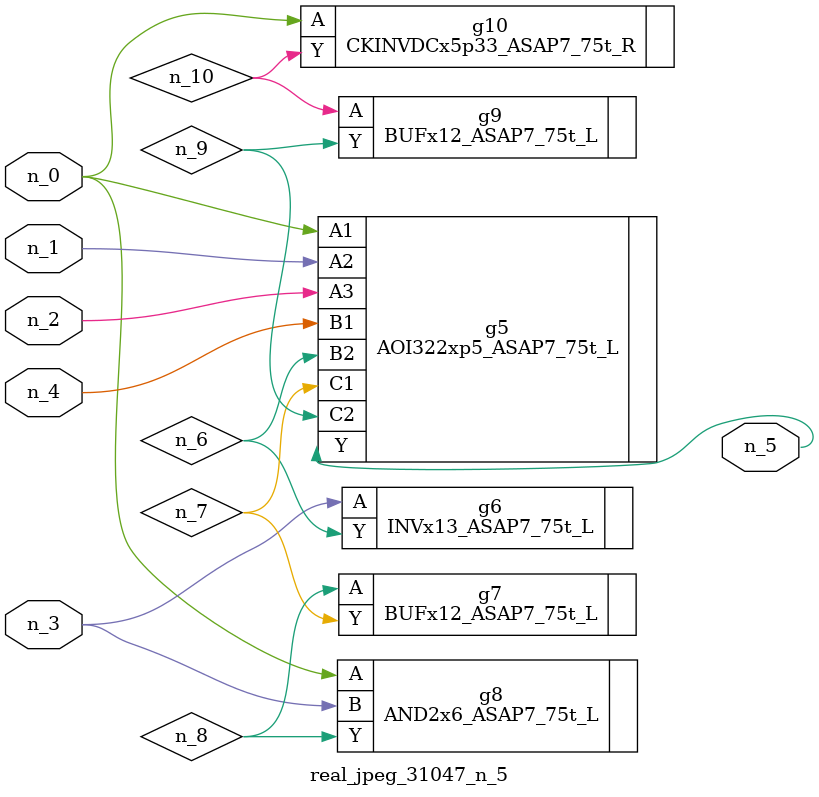
<source format=v>
module real_jpeg_31047_n_5 (n_4, n_0, n_1, n_2, n_3, n_5);

input n_4;
input n_0;
input n_1;
input n_2;
input n_3;

output n_5;

wire n_8;
wire n_6;
wire n_7;
wire n_10;
wire n_9;

AOI322xp5_ASAP7_75t_L g5 ( 
.A1(n_0),
.A2(n_1),
.A3(n_2),
.B1(n_4),
.B2(n_6),
.C1(n_7),
.C2(n_9),
.Y(n_5)
);

AND2x6_ASAP7_75t_L g8 ( 
.A(n_0),
.B(n_3),
.Y(n_8)
);

CKINVDCx5p33_ASAP7_75t_R g10 ( 
.A(n_0),
.Y(n_10)
);

INVx13_ASAP7_75t_L g6 ( 
.A(n_3),
.Y(n_6)
);

BUFx12_ASAP7_75t_L g7 ( 
.A(n_8),
.Y(n_7)
);

BUFx12_ASAP7_75t_L g9 ( 
.A(n_10),
.Y(n_9)
);


endmodule
</source>
